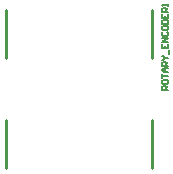
<source format=gbr>
%TF.GenerationSoftware,Altium Limited,Altium Designer,20.1.8 (145)*%
G04 Layer_Color=65535*
%FSLAX45Y45*%
%MOMM*%
%TF.SameCoordinates,CA905C98-E8E4-4B69-B290-3362CF0B177B*%
%TF.FilePolarity,Positive*%
%TF.FileFunction,Legend,Top*%
%TF.Part,Single*%
G01*
G75*
%TA.AperFunction,NonConductor*%
%ADD33C,0.12700*%
%ADD51C,0.25400*%
D33*
X1428319Y766352D02*
X1377536D01*
Y791743D01*
X1386000Y800207D01*
X1402928D01*
X1411392Y791743D01*
Y766352D01*
Y783279D02*
X1428319Y800207D01*
X1377536Y842527D02*
Y825599D01*
X1386000Y817135D01*
X1419855D01*
X1428319Y825599D01*
Y842527D01*
X1419855Y850991D01*
X1386000D01*
X1377536Y842527D01*
Y867919D02*
Y901774D01*
Y884846D01*
X1428319D01*
Y918702D02*
X1394464D01*
X1377536Y935630D01*
X1394464Y952558D01*
X1428319D01*
X1402928D01*
Y918702D01*
X1428319Y969485D02*
X1377536D01*
Y994877D01*
X1386000Y1003341D01*
X1402928D01*
X1411392Y994877D01*
Y969485D01*
Y986413D02*
X1428319Y1003341D01*
X1377536Y1020269D02*
X1386000D01*
X1402928Y1037197D01*
X1386000Y1054125D01*
X1377536D01*
X1402928Y1037197D02*
X1428319D01*
X1436784Y1071052D02*
Y1104908D01*
X1377536Y1155692D02*
Y1121836D01*
X1428319D01*
Y1155692D01*
X1402928Y1121836D02*
Y1138764D01*
X1428319Y1172619D02*
X1377536D01*
X1428319Y1206475D01*
X1377536D01*
X1386000Y1257259D02*
X1377536Y1248795D01*
Y1231867D01*
X1386000Y1223403D01*
X1419855D01*
X1428319Y1231867D01*
Y1248795D01*
X1419855Y1257259D01*
X1377536Y1299578D02*
Y1282650D01*
X1386000Y1274186D01*
X1419855D01*
X1428319Y1282650D01*
Y1299578D01*
X1419855Y1308042D01*
X1386000D01*
X1377536Y1299578D01*
Y1324970D02*
X1428319D01*
Y1350362D01*
X1419855Y1358826D01*
X1386000D01*
X1377536Y1350362D01*
Y1324970D01*
Y1409609D02*
Y1375753D01*
X1428319D01*
Y1409609D01*
X1402928Y1375753D02*
Y1392681D01*
X1428319Y1426537D02*
X1377536D01*
Y1451929D01*
X1386000Y1460393D01*
X1402928D01*
X1411392Y1451929D01*
Y1426537D01*
Y1443465D02*
X1428319Y1460393D01*
Y1477320D02*
Y1494248D01*
Y1485784D01*
X1377536D01*
X1386000Y1477320D01*
D51*
X57000Y1035500D02*
Y1445500D01*
Y105500D02*
Y515500D01*
X1297000Y1035500D02*
Y1445500D01*
Y105500D02*
Y515500D01*
%TF.MD5,b4f1b4731096de3273cd8e638cd56f2b*%
M02*

</source>
